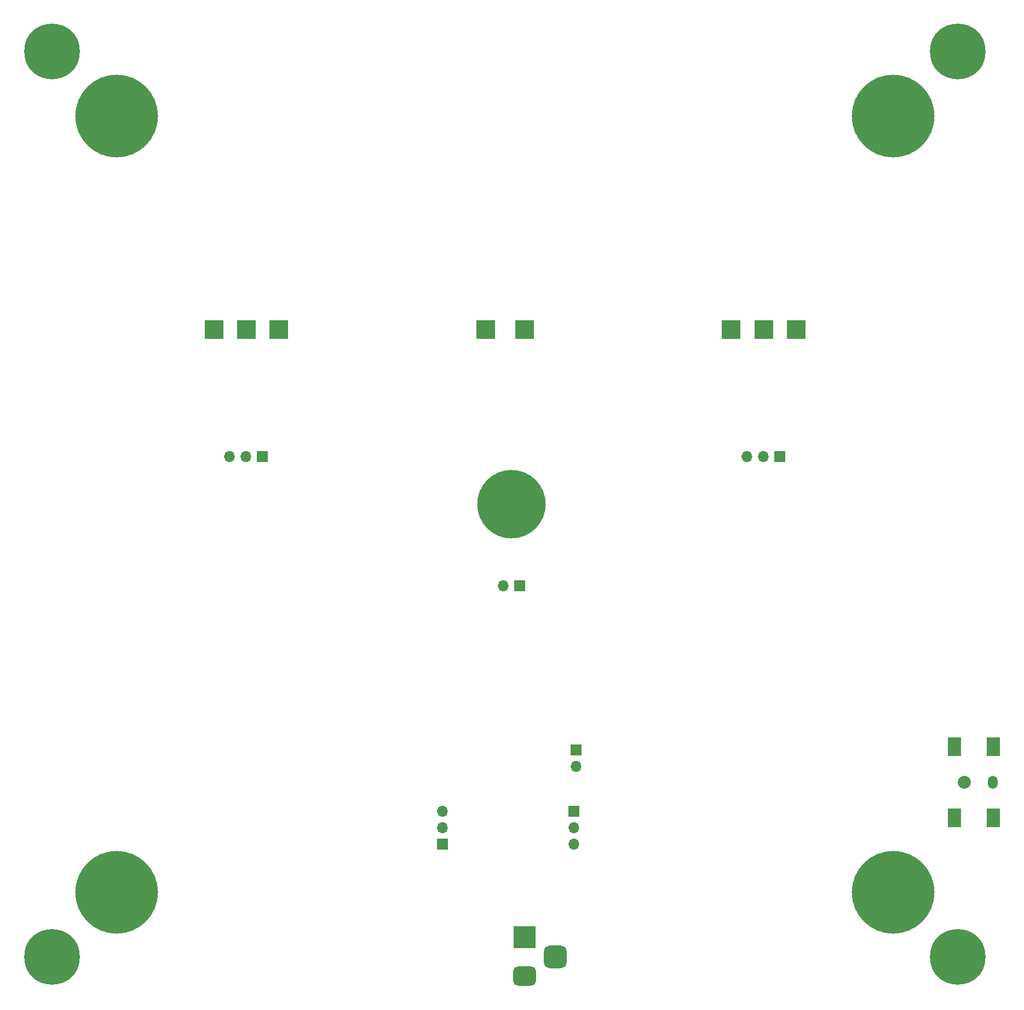
<source format=gts>
G04 #@! TF.GenerationSoftware,KiCad,Pcbnew,7.0.9-1.fc39*
G04 #@! TF.CreationDate,2023-12-18T11:52:58-05:00*
G04 #@! TF.ProjectId,SYSMATT-WS2812-MATRIX-CARRIER,5359534d-4154-4542-9d57-53323831322d,rev?*
G04 #@! TF.SameCoordinates,Original*
G04 #@! TF.FileFunction,Soldermask,Top*
G04 #@! TF.FilePolarity,Negative*
%FSLAX46Y46*%
G04 Gerber Fmt 4.6, Leading zero omitted, Abs format (unit mm)*
G04 Created by KiCad (PCBNEW 7.0.9-1.fc39) date 2023-12-18 11:52:58*
%MOMM*%
%LPD*%
G01*
G04 APERTURE LIST*
G04 Aperture macros list*
%AMRoundRect*
0 Rectangle with rounded corners*
0 $1 Rounding radius*
0 $2 $3 $4 $5 $6 $7 $8 $9 X,Y pos of 4 corners*
0 Add a 4 corners polygon primitive as box body*
4,1,4,$2,$3,$4,$5,$6,$7,$8,$9,$2,$3,0*
0 Add four circle primitives for the rounded corners*
1,1,$1+$1,$2,$3*
1,1,$1+$1,$4,$5*
1,1,$1+$1,$6,$7*
1,1,$1+$1,$8,$9*
0 Add four rect primitives between the rounded corners*
20,1,$1+$1,$2,$3,$4,$5,0*
20,1,$1+$1,$4,$5,$6,$7,0*
20,1,$1+$1,$6,$7,$8,$9,0*
20,1,$1+$1,$8,$9,$2,$3,0*%
G04 Aperture macros list end*
%ADD10R,3.500000X3.500000*%
%ADD11RoundRect,0.750000X1.000000X-0.750000X1.000000X0.750000X-1.000000X0.750000X-1.000000X-0.750000X0*%
%ADD12RoundRect,0.875000X0.875000X-0.875000X0.875000X0.875000X-0.875000X0.875000X-0.875000X-0.875000X0*%
%ADD13C,2.000000*%
%ADD14O,1.500000X2.000000*%
%ADD15R,2.000000X3.000000*%
%ADD16R,1.700000X1.700000*%
%ADD17O,1.700000X1.700000*%
%ADD18C,12.800000*%
%ADD19R,3.000000X3.000000*%
%ADD20C,8.600000*%
%ADD21C,10.600000*%
G04 APERTURE END LIST*
D10*
X103042500Y-167000000D03*
D11*
X103042500Y-173000000D03*
D12*
X107742500Y-170000000D03*
D13*
X171000000Y-143000000D03*
D14*
X175400000Y-143000000D03*
D15*
X175500000Y-148500000D03*
X169500000Y-148500000D03*
X169500000Y-137500000D03*
X175500000Y-137500000D03*
D16*
X90375000Y-152525000D03*
D17*
X90375000Y-149985000D03*
X90375000Y-147445000D03*
X110625000Y-152555000D03*
X110625000Y-150015000D03*
D16*
X110625000Y-147475000D03*
D17*
X111000000Y-140540000D03*
D16*
X111000000Y-138000000D03*
X142525000Y-92625000D03*
D17*
X139985000Y-92625000D03*
X137445000Y-92625000D03*
D16*
X102275000Y-112625000D03*
D17*
X99735000Y-112625000D03*
D16*
X62525000Y-92625000D03*
D17*
X59985000Y-92625000D03*
X57445000Y-92625000D03*
D18*
X160000000Y-40000000D03*
D19*
X55000000Y-73000000D03*
X135000000Y-73000000D03*
X103000000Y-73000000D03*
D18*
X40000000Y-40000000D03*
D20*
X170000000Y-170000000D03*
X170000000Y-30000000D03*
D21*
X101000000Y-100000000D03*
D19*
X65000000Y-73000000D03*
D18*
X160000000Y-160000000D03*
D19*
X97000000Y-73000000D03*
D20*
X30000000Y-170000000D03*
D19*
X60000000Y-73000000D03*
X140000000Y-73000000D03*
D20*
X30000000Y-30000000D03*
D19*
X145000000Y-73000000D03*
D18*
X40000000Y-160000000D03*
M02*

</source>
